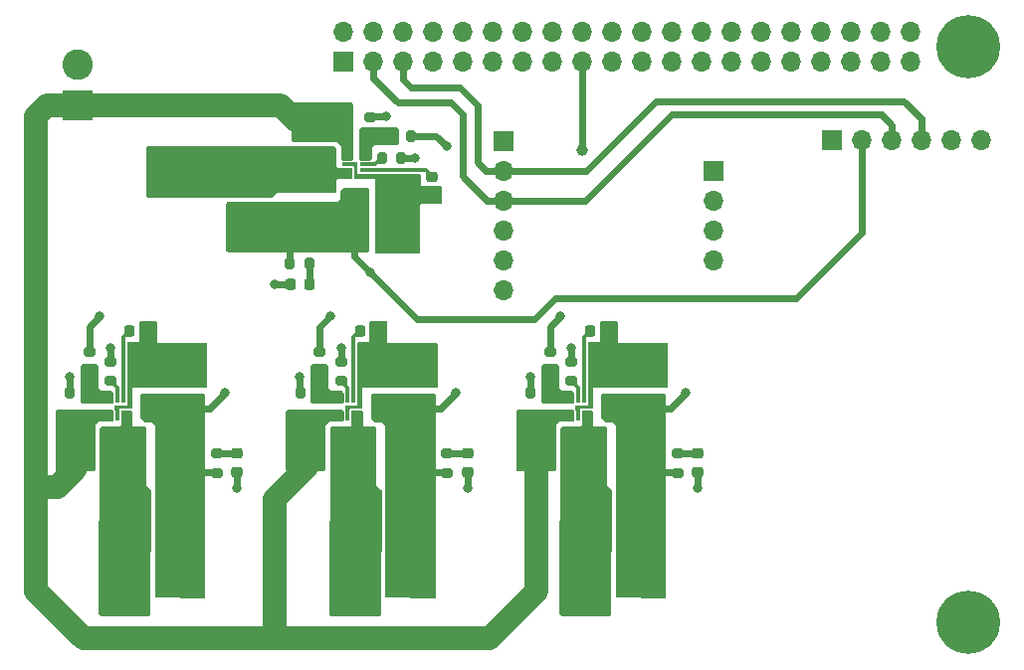
<source format=gbr>
%TF.GenerationSoftware,KiCad,Pcbnew,8.0.1*%
%TF.CreationDate,2024-04-24T14:46:19+03:00*%
%TF.ProjectId,QRPfRA_RP4_hat,51525066-5241-45f5-9250-345f6861742e,rev?*%
%TF.SameCoordinates,Original*%
%TF.FileFunction,Copper,L1,Top*%
%TF.FilePolarity,Positive*%
%FSLAX46Y46*%
G04 Gerber Fmt 4.6, Leading zero omitted, Abs format (unit mm)*
G04 Created by KiCad (PCBNEW 8.0.1) date 2024-04-24 14:46:19*
%MOMM*%
%LPD*%
G01*
G04 APERTURE LIST*
G04 Aperture macros list*
%AMRoundRect*
0 Rectangle with rounded corners*
0 $1 Rounding radius*
0 $2 $3 $4 $5 $6 $7 $8 $9 X,Y pos of 4 corners*
0 Add a 4 corners polygon primitive as box body*
4,1,4,$2,$3,$4,$5,$6,$7,$8,$9,$2,$3,0*
0 Add four circle primitives for the rounded corners*
1,1,$1+$1,$2,$3*
1,1,$1+$1,$4,$5*
1,1,$1+$1,$6,$7*
1,1,$1+$1,$8,$9*
0 Add four rect primitives between the rounded corners*
20,1,$1+$1,$2,$3,$4,$5,0*
20,1,$1+$1,$4,$5,$6,$7,0*
20,1,$1+$1,$6,$7,$8,$9,0*
20,1,$1+$1,$8,$9,$2,$3,0*%
G04 Aperture macros list end*
%TA.AperFunction,ComponentPad*%
%ADD10R,2.600000X2.600000*%
%TD*%
%TA.AperFunction,ComponentPad*%
%ADD11C,2.600000*%
%TD*%
%TA.AperFunction,ComponentPad*%
%ADD12C,5.400000*%
%TD*%
%TA.AperFunction,SMDPad,CuDef*%
%ADD13RoundRect,0.085000X0.085000X-0.265000X0.085000X0.265000X-0.085000X0.265000X-0.085000X-0.265000X0*%
%TD*%
%TA.AperFunction,SMDPad,CuDef*%
%ADD14RoundRect,0.200000X0.275000X-0.200000X0.275000X0.200000X-0.275000X0.200000X-0.275000X-0.200000X0*%
%TD*%
%TA.AperFunction,SMDPad,CuDef*%
%ADD15RoundRect,0.200000X0.200000X0.275000X-0.200000X0.275000X-0.200000X-0.275000X0.200000X-0.275000X0*%
%TD*%
%TA.AperFunction,SMDPad,CuDef*%
%ADD16RoundRect,0.200000X-0.275000X0.200000X-0.275000X-0.200000X0.275000X-0.200000X0.275000X0.200000X0*%
%TD*%
%TA.AperFunction,SMDPad,CuDef*%
%ADD17RoundRect,0.475000X-2.075000X0.475000X-2.075000X-0.475000X2.075000X-0.475000X2.075000X0.475000X0*%
%TD*%
%TA.AperFunction,SMDPad,CuDef*%
%ADD18RoundRect,0.218750X0.256250X-0.218750X0.256250X0.218750X-0.256250X0.218750X-0.256250X-0.218750X0*%
%TD*%
%TA.AperFunction,SMDPad,CuDef*%
%ADD19RoundRect,0.250000X0.325000X0.650000X-0.325000X0.650000X-0.325000X-0.650000X0.325000X-0.650000X0*%
%TD*%
%TA.AperFunction,SMDPad,CuDef*%
%ADD20RoundRect,0.225000X0.225000X0.250000X-0.225000X0.250000X-0.225000X-0.250000X0.225000X-0.250000X0*%
%TD*%
%TA.AperFunction,SMDPad,CuDef*%
%ADD21RoundRect,0.250000X-0.325000X-0.650000X0.325000X-0.650000X0.325000X0.650000X-0.325000X0.650000X0*%
%TD*%
%TA.AperFunction,ComponentPad*%
%ADD22R,1.700000X1.700000*%
%TD*%
%TA.AperFunction,ComponentPad*%
%ADD23O,1.700000X1.700000*%
%TD*%
%TA.AperFunction,SMDPad,CuDef*%
%ADD24RoundRect,0.250000X-0.650000X0.325000X-0.650000X-0.325000X0.650000X-0.325000X0.650000X0.325000X0*%
%TD*%
%TA.AperFunction,SMDPad,CuDef*%
%ADD25RoundRect,0.225000X0.250000X-0.225000X0.250000X0.225000X-0.250000X0.225000X-0.250000X-0.225000X0*%
%TD*%
%TA.AperFunction,SMDPad,CuDef*%
%ADD26RoundRect,0.250000X0.650000X-0.325000X0.650000X0.325000X-0.650000X0.325000X-0.650000X-0.325000X0*%
%TD*%
%TA.AperFunction,SMDPad,CuDef*%
%ADD27RoundRect,0.218750X-0.218750X-0.256250X0.218750X-0.256250X0.218750X0.256250X-0.218750X0.256250X0*%
%TD*%
%TA.AperFunction,SMDPad,CuDef*%
%ADD28RoundRect,0.475000X0.475000X2.075000X-0.475000X2.075000X-0.475000X-2.075000X0.475000X-2.075000X0*%
%TD*%
%TA.AperFunction,SMDPad,CuDef*%
%ADD29RoundRect,0.200000X-0.200000X-0.275000X0.200000X-0.275000X0.200000X0.275000X-0.200000X0.275000X0*%
%TD*%
%TA.AperFunction,SMDPad,CuDef*%
%ADD30RoundRect,0.085000X-0.265000X-0.085000X0.265000X-0.085000X0.265000X0.085000X-0.265000X0.085000X0*%
%TD*%
%TA.AperFunction,ViaPad*%
%ADD31C,0.800000*%
%TD*%
%TA.AperFunction,ViaPad*%
%ADD32C,1.000000*%
%TD*%
%TA.AperFunction,Conductor*%
%ADD33C,0.600000*%
%TD*%
%TA.AperFunction,Conductor*%
%ADD34C,2.000000*%
%TD*%
%TA.AperFunction,Conductor*%
%ADD35C,0.300000*%
%TD*%
G04 APERTURE END LIST*
D10*
%TO.P,J5,1,Pin_1*%
%TO.N,+12V*%
X106362529Y-74013043D03*
D11*
%TO.P,J5,2,Pin_2*%
%TO.N,GND*%
X106362529Y-70513043D03*
%TD*%
D12*
%TO.P,H4,1,1*%
%TO.N,unconnected-(H4-Pad1)*%
X182147529Y-69038043D03*
%TD*%
%TO.P,H2,1,1*%
%TO.N,unconnected-(H2-Pad1)*%
X182147529Y-118038043D03*
%TD*%
D11*
%TO.P,J9,2,Pin_2*%
%TO.N,GND*%
X130612529Y-112888043D03*
D10*
%TO.P,J9,1,Pin_1*%
%TO.N,+5V_2*%
X134112529Y-112888043D03*
%TD*%
%TO.P,J10,1,Pin_1*%
%TO.N,+5V_3*%
X153712529Y-112888043D03*
D11*
%TO.P,J10,2,Pin_2*%
%TO.N,GND*%
X150212529Y-112888043D03*
%TD*%
D10*
%TO.P,J11,1,Pin_1*%
%TO.N,+5V_1*%
X114512529Y-112888043D03*
D11*
%TO.P,J11,2,Pin_2*%
%TO.N,GND*%
X111012529Y-112888043D03*
%TD*%
D13*
%TO.P,U7,1,VIN*%
%TO.N,+12V*%
X109262529Y-100463043D03*
%TO.P,U7,2,SW*%
%TO.N,Net-(U7-SW)*%
X109762529Y-100463043D03*
%TO.P,U7,3,GND*%
%TO.N,GND*%
X110262529Y-100463043D03*
%TO.P,U7,4,BST*%
%TO.N,Net-(U7-BST)*%
X110262529Y-98963043D03*
%TO.P,U7,5,EN*%
%TO.N,Net-(U7-EN)*%
X109762529Y-98963043D03*
%TO.P,U7,6,FB*%
%TO.N,Net-(U7-FB)*%
X109262529Y-98963043D03*
%TD*%
%TO.P,U6,1,VIN*%
%TO.N,+12V*%
X148462529Y-100463043D03*
%TO.P,U6,2,SW*%
%TO.N,Net-(U6-SW)*%
X148962529Y-100463043D03*
%TO.P,U6,3,GND*%
%TO.N,GND*%
X149462529Y-100463043D03*
%TO.P,U6,4,BST*%
%TO.N,Net-(U6-BST)*%
X149462529Y-98963043D03*
%TO.P,U6,5,EN*%
%TO.N,Net-(U6-EN)*%
X148962529Y-98963043D03*
%TO.P,U6,6,FB*%
%TO.N,Net-(U6-FB)*%
X148462529Y-98963043D03*
%TD*%
%TO.P,U5,6,FB*%
%TO.N,Net-(U5-FB)*%
X128862529Y-98963043D03*
%TO.P,U5,5,EN*%
%TO.N,Net-(U5-EN)*%
X129362529Y-98963043D03*
%TO.P,U5,4,BST*%
%TO.N,Net-(U5-BST)*%
X129862529Y-98963043D03*
%TO.P,U5,3,GND*%
%TO.N,GND*%
X129862529Y-100463043D03*
%TO.P,U5,2,SW*%
%TO.N,Net-(U5-SW)*%
X129362529Y-100463043D03*
%TO.P,U5,1,VIN*%
%TO.N,+12V*%
X128862529Y-100463043D03*
%TD*%
D14*
%TO.P,R28,1*%
%TO.N,+5V_1*%
X118212528Y-105308043D03*
%TO.P,R28,2*%
%TO.N,Net-(D7-A)*%
X118212528Y-103658043D03*
%TD*%
D15*
%TO.P,R27,1*%
%TO.N,Net-(U7-FB)*%
X107387529Y-98458043D03*
%TO.P,R27,2*%
%TO.N,GND*%
X105737529Y-98458043D03*
%TD*%
D16*
%TO.P,R26,1*%
%TO.N,+5V_1*%
X107387529Y-94983043D03*
%TO.P,R26,2*%
%TO.N,Net-(U7-FB)*%
X107387529Y-96633043D03*
%TD*%
%TO.P,R25,1*%
%TO.N,+12V*%
X109212529Y-95833043D03*
%TO.P,R25,2*%
%TO.N,Net-(U7-EN)*%
X109212529Y-97483043D03*
%TD*%
D14*
%TO.P,R24,1*%
%TO.N,+5V_3*%
X157412528Y-105308043D03*
%TO.P,R24,2*%
%TO.N,Net-(D6-A)*%
X157412528Y-103658043D03*
%TD*%
D15*
%TO.P,R23,1*%
%TO.N,Net-(U6-FB)*%
X146587529Y-98458043D03*
%TO.P,R23,2*%
%TO.N,GND*%
X144937529Y-98458043D03*
%TD*%
D16*
%TO.P,R22,1*%
%TO.N,+5V_3*%
X146587529Y-94983043D03*
%TO.P,R22,2*%
%TO.N,Net-(U6-FB)*%
X146587529Y-96633043D03*
%TD*%
%TO.P,R21,1*%
%TO.N,+12V*%
X148412529Y-95833043D03*
%TO.P,R21,2*%
%TO.N,Net-(U6-EN)*%
X148412529Y-97483043D03*
%TD*%
D14*
%TO.P,R20,2*%
%TO.N,Net-(D5-A)*%
X137812528Y-103658043D03*
%TO.P,R20,1*%
%TO.N,+5V_2*%
X137812528Y-105308043D03*
%TD*%
D15*
%TO.P,R19,2*%
%TO.N,GND*%
X125337529Y-98458043D03*
%TO.P,R19,1*%
%TO.N,Net-(U5-FB)*%
X126987529Y-98458043D03*
%TD*%
D16*
%TO.P,R18,2*%
%TO.N,Net-(U5-FB)*%
X126987529Y-96633043D03*
%TO.P,R18,1*%
%TO.N,+5V_2*%
X126987529Y-94983043D03*
%TD*%
%TO.P,R17,2*%
%TO.N,Net-(U5-EN)*%
X128812529Y-97483043D03*
%TO.P,R17,1*%
%TO.N,+12V*%
X128812529Y-95833043D03*
%TD*%
D17*
%TO.P,L7,1,1*%
%TO.N,Net-(U7-SW)*%
X114462529Y-95608043D03*
%TO.P,L7,2,2*%
%TO.N,+5V_1*%
X114462529Y-99808043D03*
%TD*%
%TO.P,L6,1,1*%
%TO.N,Net-(U6-SW)*%
X153662529Y-95608043D03*
%TO.P,L6,2,2*%
%TO.N,+5V_3*%
X153662529Y-99808043D03*
%TD*%
%TO.P,L5,2,2*%
%TO.N,+5V_2*%
X134062529Y-99808043D03*
%TO.P,L5,1,1*%
%TO.N,Net-(U5-SW)*%
X134062529Y-95608043D03*
%TD*%
D18*
%TO.P,D7,1,K*%
%TO.N,GND*%
X119962528Y-105238043D03*
%TO.P,D7,2,A*%
%TO.N,Net-(D7-A)*%
X119962528Y-103663043D03*
%TD*%
%TO.P,D6,1,K*%
%TO.N,GND*%
X159162528Y-105238043D03*
%TO.P,D6,2,A*%
%TO.N,Net-(D6-A)*%
X159162528Y-103663043D03*
%TD*%
%TO.P,D5,2,A*%
%TO.N,Net-(D5-A)*%
X139562528Y-103663043D03*
%TO.P,D5,1,K*%
%TO.N,GND*%
X139562528Y-105238043D03*
%TD*%
D19*
%TO.P,C28,1*%
%TO.N,+5V_1*%
X114262529Y-102613043D03*
%TO.P,C28,2*%
%TO.N,GND*%
X111312529Y-102613043D03*
%TD*%
%TO.P,C27,1*%
%TO.N,+5V_1*%
X114287529Y-105308043D03*
%TO.P,C27,2*%
%TO.N,GND*%
X111337529Y-105308043D03*
%TD*%
D20*
%TO.P,C26,1*%
%TO.N,Net-(U7-SW)*%
X112362529Y-93208043D03*
%TO.P,C26,2*%
%TO.N,Net-(U7-BST)*%
X110812529Y-93208043D03*
%TD*%
D21*
%TO.P,C25,1*%
%TO.N,+12V*%
X106287529Y-102608043D03*
%TO.P,C25,2*%
%TO.N,GND*%
X109237529Y-102608043D03*
%TD*%
D19*
%TO.P,C24,1*%
%TO.N,+5V_3*%
X153462529Y-102613043D03*
%TO.P,C24,2*%
%TO.N,GND*%
X150512529Y-102613043D03*
%TD*%
%TO.P,C23,1*%
%TO.N,+5V_3*%
X153487529Y-105308043D03*
%TO.P,C23,2*%
%TO.N,GND*%
X150537529Y-105308043D03*
%TD*%
D20*
%TO.P,C22,1*%
%TO.N,Net-(U6-SW)*%
X151562529Y-93208043D03*
%TO.P,C22,2*%
%TO.N,Net-(U6-BST)*%
X150012529Y-93208043D03*
%TD*%
D21*
%TO.P,C21,1*%
%TO.N,+12V*%
X145487529Y-102608043D03*
%TO.P,C21,2*%
%TO.N,GND*%
X148437529Y-102608043D03*
%TD*%
D19*
%TO.P,C20,2*%
%TO.N,GND*%
X130912529Y-102613043D03*
%TO.P,C20,1*%
%TO.N,+5V_2*%
X133862529Y-102613043D03*
%TD*%
%TO.P,C19,2*%
%TO.N,GND*%
X130937529Y-105308043D03*
%TO.P,C19,1*%
%TO.N,+5V_2*%
X133887529Y-105308043D03*
%TD*%
D20*
%TO.P,C18,2*%
%TO.N,Net-(U5-BST)*%
X130412529Y-93208043D03*
%TO.P,C18,1*%
%TO.N,Net-(U5-SW)*%
X131962529Y-93208043D03*
%TD*%
D21*
%TO.P,C17,2*%
%TO.N,GND*%
X128837529Y-102608043D03*
%TO.P,C17,1*%
%TO.N,+12V*%
X125887529Y-102608043D03*
%TD*%
D22*
%TO.P,J1,1,3V3*%
%TO.N,+3.3V_S*%
X129022529Y-70313043D03*
D23*
%TO.P,J1,2,5V*%
%TO.N,+5V_4*%
X129022529Y-67773043D03*
%TO.P,J1,3,SDA/GPIO2*%
%TO.N,/SDA*%
X131562529Y-70313043D03*
%TO.P,J1,4,5V*%
%TO.N,+5V_4*%
X131562529Y-67773043D03*
%TO.P,J1,5,SCL/GPIO3*%
%TO.N,/SCL*%
X134102529Y-70313043D03*
%TO.P,J1,6,GND*%
%TO.N,GND*%
X134102529Y-67773043D03*
%TO.P,J1,7,GCLK0/GPIO4*%
%TO.N,unconnected-(J1-GCLK0{slash}GPIO4-Pad7)*%
X136642529Y-70313043D03*
%TO.P,J1,8,GPIO14/TXD*%
%TO.N,unconnected-(J1-GPIO14{slash}TXD-Pad8)*%
X136642529Y-67773043D03*
%TO.P,J1,9,GND*%
%TO.N,GND*%
X139182529Y-70313043D03*
%TO.P,J1,10,GPIO15/RXD*%
%TO.N,unconnected-(J1-GPIO15{slash}RXD-Pad10)*%
X139182529Y-67773043D03*
%TO.P,J1,11,GPIO17*%
%TO.N,unconnected-(J1-GPIO17-Pad11)*%
X141722529Y-70313043D03*
%TO.P,J1,12,GPIO18/PWM0*%
%TO.N,unconnected-(J1-GPIO18{slash}PWM0-Pad12)*%
X141722529Y-67773043D03*
%TO.P,J1,13,GPIO27*%
%TO.N,unconnected-(J1-GPIO27-Pad13)*%
X144262529Y-70313043D03*
%TO.P,J1,14,GND*%
%TO.N,GND*%
X144262529Y-67773043D03*
%TO.P,J1,15,GPIO22*%
%TO.N,unconnected-(J1-GPIO22-Pad15)*%
X146802529Y-70313043D03*
%TO.P,J1,16,GPIO23*%
%TO.N,unconnected-(J1-GPIO23-Pad16)*%
X146802529Y-67773043D03*
%TO.P,J1,17,3V3*%
%TO.N,+3.3V_S*%
X149342529Y-70313043D03*
%TO.P,J1,18,GPIO24*%
%TO.N,unconnected-(J1-GPIO24-Pad18)*%
X149342529Y-67773043D03*
%TO.P,J1,19,MOSI0/GPIO10*%
%TO.N,unconnected-(J1-MOSI0{slash}GPIO10-Pad19)*%
X151882529Y-70313043D03*
%TO.P,J1,20,GND*%
%TO.N,GND*%
X151882529Y-67773043D03*
%TO.P,J1,21,MISO0/GPIO9*%
%TO.N,unconnected-(J1-MISO0{slash}GPIO9-Pad21)*%
X154422529Y-70313043D03*
%TO.P,J1,22,GPIO25*%
%TO.N,unconnected-(J1-GPIO25-Pad22)*%
X154422529Y-67773043D03*
%TO.P,J1,23,SCLK0/GPIO11*%
%TO.N,unconnected-(J1-SCLK0{slash}GPIO11-Pad23)*%
X156962529Y-70313043D03*
%TO.P,J1,24,~{CE0}/GPIO8*%
%TO.N,unconnected-(J1-~{CE0}{slash}GPIO8-Pad24)*%
X156962529Y-67773043D03*
%TO.P,J1,25,GND*%
%TO.N,GND*%
X159502529Y-70313043D03*
%TO.P,J1,26,~{CE1}/GPIO7*%
%TO.N,unconnected-(J1-~{CE1}{slash}GPIO7-Pad26)*%
X159502529Y-67773043D03*
%TO.P,J1,27,ID_SD/GPIO0*%
%TO.N,unconnected-(J1-ID_SD{slash}GPIO0-Pad27)*%
X162042529Y-70313043D03*
%TO.P,J1,28,ID_SC/GPIO1*%
%TO.N,unconnected-(J1-ID_SC{slash}GPIO1-Pad28)*%
X162042529Y-67773043D03*
%TO.P,J1,29,GCLK1/GPIO5*%
%TO.N,unconnected-(J1-GCLK1{slash}GPIO5-Pad29)*%
X164582529Y-70313043D03*
%TO.P,J1,30,GND*%
%TO.N,GND*%
X164582529Y-67773043D03*
%TO.P,J1,31,GCLK2/GPIO6*%
%TO.N,unconnected-(J1-GCLK2{slash}GPIO6-Pad31)*%
X167122529Y-70313043D03*
%TO.P,J1,32,PWM0/GPIO12*%
%TO.N,unconnected-(J1-PWM0{slash}GPIO12-Pad32)*%
X167122529Y-67773043D03*
%TO.P,J1,33,PWM1/GPIO13*%
%TO.N,unconnected-(J1-PWM1{slash}GPIO13-Pad33)*%
X169662529Y-70313043D03*
%TO.P,J1,34,GND*%
%TO.N,GND*%
X169662529Y-67773043D03*
%TO.P,J1,35,GPIO19/MISO1*%
%TO.N,unconnected-(J1-GPIO19{slash}MISO1-Pad35)*%
X172202529Y-70313043D03*
%TO.P,J1,36,GPIO16*%
%TO.N,unconnected-(J1-GPIO16-Pad36)*%
X172202529Y-67773043D03*
%TO.P,J1,37,GPIO26*%
%TO.N,unconnected-(J1-GPIO26-Pad37)*%
X174742529Y-70313043D03*
%TO.P,J1,38,GPIO20/MOSI1*%
%TO.N,unconnected-(J1-GPIO20{slash}MOSI1-Pad38)*%
X174742529Y-67773043D03*
%TO.P,J1,39,GND*%
%TO.N,GND*%
X177282529Y-70313043D03*
%TO.P,J1,40,GPIO21/SCLK1*%
%TO.N,unconnected-(J1-GPIO21{slash}SCLK1-Pad40)*%
X177282529Y-67773043D03*
%TD*%
D24*
%TO.P,C1,1*%
%TO.N,+12V*%
X127144486Y-75540572D03*
%TO.P,C1,2*%
%TO.N,GND*%
X127144486Y-78490572D03*
%TD*%
D25*
%TO.P,C2,2*%
%TO.N,Net-(U1-BST)*%
X136544486Y-80065572D03*
%TO.P,C2,1*%
%TO.N,Net-(U1-SW)*%
X136544486Y-81615572D03*
%TD*%
D26*
%TO.P,C3,2*%
%TO.N,GND*%
X124444486Y-80590572D03*
%TO.P,C3,1*%
%TO.N,+5V_4*%
X124444486Y-83540572D03*
%TD*%
%TO.P,C4,2*%
%TO.N,GND*%
X127139486Y-80565572D03*
%TO.P,C4,1*%
%TO.N,+5V_4*%
X127139486Y-83515572D03*
%TD*%
D27*
%TO.P,D1,1,K*%
%TO.N,GND*%
X124514486Y-89215572D03*
%TO.P,D1,2,A*%
%TO.N,Net-(D1-A)*%
X126089486Y-89215572D03*
%TD*%
D28*
%TO.P,L1,2,2*%
%TO.N,+5V_4*%
X129944486Y-83715572D03*
%TO.P,L1,1,1*%
%TO.N,Net-(U1-SW)*%
X134144486Y-83715572D03*
%TD*%
D15*
%TO.P,R1,1*%
%TO.N,+12V*%
X133919486Y-78465572D03*
%TO.P,R1,2*%
%TO.N,Net-(U1-EN)*%
X132269486Y-78465572D03*
%TD*%
%TO.P,R2,2*%
%TO.N,Net-(U1-FB)*%
X133119486Y-76640572D03*
%TO.P,R2,1*%
%TO.N,+5V_4*%
X134769486Y-76640572D03*
%TD*%
D14*
%TO.P,R3,1*%
%TO.N,Net-(U1-FB)*%
X131294486Y-76640572D03*
%TO.P,R3,2*%
%TO.N,GND*%
X131294486Y-74990572D03*
%TD*%
D29*
%TO.P,R13,1*%
%TO.N,+5V_4*%
X124444486Y-87465572D03*
%TO.P,R13,2*%
%TO.N,Net-(D1-A)*%
X126094486Y-87465572D03*
%TD*%
D30*
%TO.P,U1,6,FB*%
%TO.N,Net-(U1-FB)*%
X130789486Y-78515572D03*
%TO.P,U1,5,EN*%
%TO.N,Net-(U1-EN)*%
X130789486Y-79015572D03*
%TO.P,U1,4,BST*%
%TO.N,Net-(U1-BST)*%
X130789486Y-79515572D03*
%TO.P,U1,3,GND*%
%TO.N,GND*%
X129289486Y-79515572D03*
%TO.P,U1,2,SW*%
%TO.N,Net-(U1-SW)*%
X129289486Y-79015572D03*
%TO.P,U1,1,VIN*%
%TO.N,+12V*%
X129289486Y-78515572D03*
%TD*%
D22*
%TO.P,J3,1,Pin_1*%
%TO.N,unconnected-(J3-Pin_1-Pad1)*%
X142650000Y-77040000D03*
D23*
%TO.P,J3,2,Pin_2*%
%TO.N,/SCL*%
X142650000Y-79580000D03*
%TO.P,J3,3,Pin_3*%
%TO.N,/SDA*%
X142650000Y-82120000D03*
%TO.P,J3,4,Pin_4*%
%TO.N,GND*%
X142650000Y-84660000D03*
%TO.P,J3,5,Pin_5*%
%TO.N,unconnected-(J3-Pin_5-Pad5)*%
X142650000Y-87200000D03*
%TO.P,J3,6,Pin_6*%
%TO.N,+3.3V_S*%
X142650000Y-89740000D03*
%TD*%
%TO.P,J2,4,Pin_4*%
%TO.N,unconnected-(J2-Pin_4-Pad4)*%
X160452243Y-87213043D03*
%TO.P,J2,3,Pin_3*%
%TO.N,unconnected-(J2-Pin_3-Pad3)*%
X160452243Y-84673043D03*
%TO.P,J2,2,Pin_2*%
%TO.N,unconnected-(J2-Pin_2-Pad2)*%
X160452243Y-82133043D03*
D22*
%TO.P,J2,1,Pin_1*%
%TO.N,unconnected-(J2-Pin_1-Pad1)*%
X160452243Y-79593043D03*
%TD*%
%TO.P,J4,1,Pin_1*%
%TO.N,unconnected-(J4-Pin_1-Pad1)*%
X170580000Y-76940000D03*
D23*
%TO.P,J4,2,Pin_2*%
%TO.N,+5V_4*%
X173120000Y-76940000D03*
%TO.P,J4,3,Pin_3*%
%TO.N,/SDA*%
X175660000Y-76940000D03*
%TO.P,J4,4,Pin_4*%
%TO.N,/SCL*%
X178200000Y-76940000D03*
%TO.P,J4,5,Pin_5*%
%TO.N,unconnected-(J4-Pin_5-Pad5)*%
X180740000Y-76940000D03*
%TO.P,J4,6,Pin_6*%
%TO.N,GND*%
X183280000Y-76940000D03*
%TD*%
D31*
%TO.N,GND*%
X148190000Y-116190000D03*
X148190000Y-114890000D03*
X150790000Y-107090000D03*
X149490000Y-107090000D03*
X148190000Y-107090000D03*
X150790000Y-108390000D03*
X149490000Y-108390000D03*
X148190000Y-108390000D03*
X150790000Y-109690000D03*
X149490000Y-109690000D03*
X148190000Y-109690000D03*
X148190000Y-110990000D03*
X148190000Y-112290000D03*
X148190000Y-113590000D03*
X150790000Y-116190000D03*
X149490000Y-116190000D03*
D32*
%TO.N,+3.3V_S*%
X149340000Y-77790000D03*
D31*
%TO.N,+5V_4*%
X121990000Y-84440000D03*
X120490000Y-84440000D03*
X121990000Y-82940000D03*
X120490000Y-82940000D03*
%TO.N,GND*%
X109085000Y-114940000D03*
X111685000Y-116240000D03*
X110385000Y-116240000D03*
X109085000Y-116240000D03*
X111685000Y-107140000D03*
X110385000Y-107140000D03*
X109085000Y-107140000D03*
X111685000Y-108440000D03*
X110385000Y-108440000D03*
X109085000Y-108440000D03*
X111685000Y-109740000D03*
X110385000Y-109740000D03*
X109085000Y-109740000D03*
X109085000Y-111040000D03*
X109085000Y-112340000D03*
X109085000Y-113640000D03*
X125194279Y-78444793D03*
X123894279Y-78444793D03*
X131260000Y-107158250D03*
X129960000Y-107158250D03*
X128660000Y-107158250D03*
X131260000Y-108458250D03*
X129960000Y-108458250D03*
X128660000Y-108458250D03*
X131260000Y-109758250D03*
X129960000Y-109758250D03*
X128660000Y-109758250D03*
X128660000Y-111058250D03*
X118694279Y-81044793D03*
X118694279Y-79744793D03*
X118694279Y-78444793D03*
X128660000Y-112358250D03*
X117394279Y-81044793D03*
X117394279Y-79744793D03*
X117394279Y-78444793D03*
X128660000Y-113658250D03*
X116094279Y-81044793D03*
X116094279Y-79744793D03*
X116094279Y-78444793D03*
X128660000Y-114958250D03*
X114794279Y-81044793D03*
X114794279Y-79744793D03*
X114794279Y-78444793D03*
X131260000Y-116258250D03*
X129960000Y-116258250D03*
X128660000Y-116258250D03*
X113494279Y-81044793D03*
X113494279Y-79744793D03*
X113494279Y-78444793D03*
%TO.N,+5V_1*%
X108255286Y-91960000D03*
%TO.N,+5V_2*%
X127857757Y-91966957D03*
%TO.N,+5V_3*%
X147460286Y-91985000D03*
X158162529Y-98488043D03*
%TO.N,GND*%
X144910000Y-97140000D03*
X159160000Y-106590000D03*
%TO.N,+12V*%
X145510000Y-100940000D03*
X148410000Y-94690000D03*
%TO.N,+5V_2*%
X138562529Y-98488043D03*
%TO.N,GND*%
X125310000Y-97140000D03*
X139560000Y-106590000D03*
%TO.N,+12V*%
X125910000Y-100940000D03*
X128810000Y-94690000D03*
%TO.N,+5V_1*%
X118962529Y-98488043D03*
%TO.N,GND*%
X105710000Y-97140000D03*
X119960000Y-106590000D03*
%TO.N,+12V*%
X106310000Y-100940000D03*
X109210000Y-94690000D03*
X135062529Y-78463043D03*
X128812529Y-75563043D03*
%TO.N,GND*%
X123162529Y-89213043D03*
X132612529Y-74963043D03*
%TO.N,+5V_4*%
X131264486Y-88215572D03*
X137762529Y-77513043D03*
%TD*%
D33*
%TO.N,+5V_4*%
X173120000Y-76940000D02*
X173120000Y-84810000D01*
X173120000Y-84810000D02*
X167490000Y-90440000D01*
X167490000Y-90440000D02*
X147040000Y-90440000D01*
X147040000Y-90440000D02*
X145240000Y-92240000D01*
X145240000Y-92240000D02*
X135289486Y-92240000D01*
X135289486Y-92240000D02*
X129962529Y-86913043D01*
%TO.N,+3.3V_S*%
X149290000Y-77790000D02*
X149342529Y-77737471D01*
X149340000Y-77790000D02*
X149290000Y-77790000D01*
X149340000Y-77740000D02*
X149340000Y-77790000D01*
X149342529Y-70313043D02*
X149342529Y-77737471D01*
X149340000Y-77740000D02*
X149340000Y-77740000D01*
%TO.N,/SCL*%
X142650000Y-79580000D02*
X149650000Y-79580000D01*
X178200000Y-75150000D02*
X178200000Y-76940000D01*
X149650000Y-79580000D02*
X155590000Y-73640000D01*
X155590000Y-73640000D02*
X176690000Y-73640000D01*
X176690000Y-73640000D02*
X178200000Y-75150000D01*
%TO.N,/SDA*%
X142650000Y-82120000D02*
X149610000Y-82120000D01*
X149610000Y-82120000D02*
X156940000Y-74790000D01*
X156940000Y-74790000D02*
X174790000Y-74790000D01*
X175660000Y-75660000D02*
X175660000Y-76940000D01*
X174790000Y-74790000D02*
X175660000Y-75660000D01*
%TO.N,/SCL*%
X134102529Y-71802529D02*
X134790000Y-72490000D01*
X134790000Y-72490000D02*
X138890000Y-72490000D01*
X138890000Y-72490000D02*
X140390000Y-73990000D01*
X134102529Y-70313043D02*
X134102529Y-71802529D01*
X141130000Y-79580000D02*
X142650000Y-79580000D01*
X140390000Y-73990000D02*
X140390000Y-78840000D01*
X140390000Y-78840000D02*
X141130000Y-79580000D01*
%TO.N,/SDA*%
X133615000Y-73740000D02*
X138140000Y-73740000D01*
X141220000Y-82120000D02*
X142650000Y-82120000D01*
X131562529Y-71687529D02*
X133615000Y-73740000D01*
X139140000Y-74740000D02*
X139140000Y-80040000D01*
X131562529Y-70313043D02*
X131562529Y-71687529D01*
X138140000Y-73740000D02*
X139140000Y-74740000D01*
X139140000Y-80040000D02*
X141220000Y-82120000D01*
D34*
%TO.N,+12V*%
X102862529Y-106513043D02*
X102862529Y-74913043D01*
X102862529Y-74913043D02*
X103762529Y-74013043D01*
X103762529Y-74013043D02*
X106362529Y-74013043D01*
X102862529Y-106513043D02*
X104662529Y-106513043D01*
X104662529Y-106513043D02*
X106262529Y-104913043D01*
X102862529Y-106513043D02*
X102862529Y-115413043D01*
X123162529Y-107513043D02*
X125862529Y-104813043D01*
X123162529Y-119413043D02*
X123162529Y-107513043D01*
X106862529Y-119413043D02*
X123162529Y-119413043D01*
X123162529Y-119413043D02*
X141462529Y-119413043D01*
X102862529Y-115413043D02*
X106862529Y-119413043D01*
X141462529Y-119413043D02*
X145462529Y-115413043D01*
X145462529Y-115413043D02*
X145462529Y-104913043D01*
X123662529Y-74013043D02*
X124962529Y-75313043D01*
X106362529Y-74013043D02*
X123662529Y-74013043D01*
D35*
%TO.N,Net-(U7-EN)*%
X109760000Y-98015000D02*
X109210000Y-97465000D01*
X109760000Y-98940000D02*
X109760000Y-98015000D01*
D33*
%TO.N,Net-(D7-A)*%
X118210000Y-103640000D02*
X119960000Y-103640000D01*
D35*
%TO.N,Net-(U7-BST)*%
X110260000Y-93740000D02*
X110810000Y-93190000D01*
X110260000Y-98940000D02*
X110260000Y-93740000D01*
D33*
%TO.N,+5V_1*%
X108260000Y-91990000D02*
X107385000Y-92865000D01*
X118210000Y-105290000D02*
X114285000Y-105290000D01*
X107385000Y-92865000D02*
X107385000Y-94965000D01*
%TO.N,GND*%
X105710000Y-97140000D02*
X105710000Y-97190000D01*
X119960000Y-105215000D02*
X119960000Y-106590000D01*
X105710000Y-98340000D02*
X105710000Y-97140000D01*
%TO.N,+12V*%
X109210000Y-95815000D02*
X109210000Y-94690000D01*
%TO.N,+5V_1*%
X117660000Y-99790000D02*
X114460000Y-99790000D01*
X118961957Y-98488043D02*
X117660000Y-99790000D01*
X118962529Y-98488043D02*
X118961957Y-98488043D01*
D35*
%TO.N,Net-(U6-EN)*%
X148960000Y-98015000D02*
X148410000Y-97465000D01*
X148960000Y-98940000D02*
X148960000Y-98015000D01*
D33*
%TO.N,Net-(D6-A)*%
X157410000Y-103640000D02*
X159160000Y-103640000D01*
D35*
%TO.N,Net-(U6-BST)*%
X149460000Y-93740000D02*
X150010000Y-93190000D01*
X149460000Y-98940000D02*
X149460000Y-93740000D01*
D33*
%TO.N,+5V_3*%
X147460000Y-91990000D02*
X146585000Y-92865000D01*
X157410000Y-105290000D02*
X153485000Y-105290000D01*
X146585000Y-92865000D02*
X146585000Y-94965000D01*
%TO.N,GND*%
X144910000Y-97140000D02*
X144910000Y-97190000D01*
X159160000Y-105215000D02*
X159160000Y-106590000D01*
X144910000Y-98340000D02*
X144910000Y-97140000D01*
%TO.N,+12V*%
X148410000Y-95815000D02*
X148410000Y-94690000D01*
%TO.N,+5V_3*%
X156860000Y-99790000D02*
X153660000Y-99790000D01*
X158161957Y-98488043D02*
X156860000Y-99790000D01*
X158162529Y-98488043D02*
X158161957Y-98488043D01*
D35*
%TO.N,Net-(U5-EN)*%
X129360000Y-98015000D02*
X128810000Y-97465000D01*
X129360000Y-98940000D02*
X129360000Y-98015000D01*
D33*
%TO.N,Net-(D5-A)*%
X137810000Y-103640000D02*
X139560000Y-103640000D01*
D35*
%TO.N,Net-(U5-BST)*%
X129860000Y-93740000D02*
X130410000Y-93190000D01*
X129860000Y-98940000D02*
X129860000Y-93740000D01*
D33*
%TO.N,+5V_2*%
X127860000Y-91990000D02*
X126985000Y-92865000D01*
X137810000Y-105290000D02*
X133885000Y-105290000D01*
X126985000Y-92865000D02*
X126985000Y-94965000D01*
%TO.N,GND*%
X125310000Y-97140000D02*
X125310000Y-97190000D01*
X139560000Y-105215000D02*
X139560000Y-106590000D01*
X125310000Y-98340000D02*
X125310000Y-97140000D01*
%TO.N,+12V*%
X128810000Y-95815000D02*
X128810000Y-94690000D01*
%TO.N,+5V_2*%
X137260000Y-99790000D02*
X134060000Y-99790000D01*
X138561957Y-98488043D02*
X137260000Y-99790000D01*
X138562529Y-98488043D02*
X138561957Y-98488043D01*
D35*
%TO.N,Net-(U7-EN)*%
X109760000Y-98015000D02*
X109210000Y-97465000D01*
X109760000Y-98940000D02*
X109760000Y-98015000D01*
D33*
%TO.N,Net-(D7-A)*%
X118210000Y-103640000D02*
X119960000Y-103640000D01*
D35*
%TO.N,Net-(U7-BST)*%
X110260000Y-93740000D02*
X110810000Y-93190000D01*
X110260000Y-98940000D02*
X110260000Y-93740000D01*
D33*
%TO.N,+5V_1*%
X108260000Y-91990000D02*
X107385000Y-92865000D01*
X118210000Y-105290000D02*
X114285000Y-105290000D01*
X107385000Y-92865000D02*
X107385000Y-94965000D01*
%TO.N,GND*%
X105710000Y-97140000D02*
X105710000Y-97190000D01*
X119960000Y-105215000D02*
X119960000Y-106590000D01*
X105710000Y-98340000D02*
X105710000Y-97140000D01*
%TO.N,+12V*%
X109210000Y-95815000D02*
X109210000Y-94690000D01*
%TO.N,+5V_1*%
X117660000Y-99790000D02*
X114460000Y-99790000D01*
X118961957Y-98488043D02*
X117660000Y-99790000D01*
X118962529Y-98488043D02*
X118961957Y-98488043D01*
%TO.N,+5V_4*%
X131264486Y-88215572D02*
X131264486Y-88215000D01*
X131264486Y-88215000D02*
X129962529Y-86913043D01*
X129962529Y-86913043D02*
X129962529Y-83713043D01*
%TO.N,+12V*%
X133937529Y-78463043D02*
X135062529Y-78463043D01*
%TO.N,GND*%
X131412529Y-74963043D02*
X132612529Y-74963043D01*
X124537529Y-89213043D02*
X123162529Y-89213043D01*
X132612529Y-74963043D02*
X132562529Y-74963043D01*
%TO.N,+5V_4*%
X136887529Y-76638043D02*
X134787529Y-76638043D01*
X124462529Y-87463043D02*
X124462529Y-83538043D01*
X137762529Y-77513043D02*
X136887529Y-76638043D01*
D35*
%TO.N,Net-(U1-BST)*%
X130812529Y-79513043D02*
X136012529Y-79513043D01*
X136012529Y-79513043D02*
X136562529Y-80063043D01*
D33*
%TO.N,Net-(D1-A)*%
X126112529Y-87463043D02*
X126112529Y-89213043D01*
D35*
%TO.N,Net-(U1-EN)*%
X130812529Y-79013043D02*
X131737529Y-79013043D01*
X131737529Y-79013043D02*
X132287529Y-78463043D01*
%TD*%
%TA.AperFunction,Conductor*%
%TO.N,Net-(U1-SW)*%
G36*
X130209161Y-78816411D02*
G01*
X130212529Y-78824543D01*
X130212529Y-79863043D01*
X131062529Y-79863043D01*
X131612529Y-79863043D01*
X135507765Y-79863043D01*
X135515897Y-79866411D01*
X135559161Y-79909675D01*
X135562529Y-79917807D01*
X135562529Y-80813043D01*
X135612529Y-80863043D01*
X137305421Y-80863043D01*
X137313553Y-80866411D01*
X137315707Y-80869400D01*
X137361315Y-80960615D01*
X137362529Y-80965758D01*
X137362529Y-82358279D01*
X137359161Y-82366411D01*
X137315897Y-82409675D01*
X137307765Y-82413043D01*
X135562529Y-82413043D01*
X135512529Y-82463043D01*
X135512529Y-86608279D01*
X135509161Y-86616411D01*
X135465897Y-86659675D01*
X135457765Y-86663043D01*
X131767293Y-86663043D01*
X131759161Y-86659675D01*
X131715897Y-86616411D01*
X131712529Y-86608279D01*
X131712529Y-80313044D01*
X131712529Y-80313043D01*
X131662529Y-80263043D01*
X131662528Y-80263043D01*
X129967293Y-80263043D01*
X129959161Y-80259675D01*
X129915897Y-80216411D01*
X129912529Y-80208279D01*
X129912529Y-79263043D01*
X129862529Y-79188043D01*
X128965244Y-79188043D01*
X128960101Y-79186829D01*
X128918886Y-79166221D01*
X128913119Y-79159572D01*
X128912529Y-79155935D01*
X128912529Y-78867806D01*
X128915897Y-78859675D01*
X128927865Y-78847706D01*
X128935996Y-78844338D01*
X128938227Y-78844557D01*
X128943181Y-78845543D01*
X128943183Y-78845543D01*
X129681876Y-78845543D01*
X129681877Y-78845543D01*
X129732582Y-78835457D01*
X129784582Y-78813917D01*
X129788983Y-78813043D01*
X130201029Y-78813043D01*
X130209161Y-78816411D01*
G37*
%TD.AperFunction*%
%TD*%
%TA.AperFunction,Conductor*%
%TO.N,GND*%
G36*
X128257786Y-77513028D02*
G01*
X128265882Y-77516396D01*
X128409161Y-77659675D01*
X128412529Y-77667807D01*
X128412529Y-79213043D01*
X128512529Y-79338043D01*
X129709814Y-79338043D01*
X129714957Y-79339257D01*
X129756172Y-79359864D01*
X129761939Y-79366513D01*
X129762529Y-79370150D01*
X129762529Y-80208279D01*
X129759161Y-80216411D01*
X129665897Y-80309675D01*
X129657765Y-80313043D01*
X128512529Y-80313043D01*
X128412529Y-80413043D01*
X128412529Y-81358279D01*
X128409161Y-81366411D01*
X128315897Y-81459675D01*
X128307765Y-81463043D01*
X123312529Y-81463043D01*
X123015962Y-81907892D01*
X123008648Y-81912790D01*
X123006339Y-81913013D01*
X112412374Y-81863065D01*
X112404258Y-81859658D01*
X112404160Y-81859558D01*
X112265761Y-81716386D01*
X112262529Y-81708393D01*
X112262529Y-77567634D01*
X112265689Y-77559715D01*
X112354115Y-77466635D01*
X112362156Y-77463062D01*
X112362448Y-77463058D01*
X128257786Y-77513028D01*
G37*
%TD.AperFunction*%
%TD*%
%TA.AperFunction,Conductor*%
%TO.N,Net-(U1-FB)*%
G36*
X133584203Y-75884717D02*
G01*
X133740855Y-76041369D01*
X133762529Y-76093695D01*
X133762529Y-77182391D01*
X133740855Y-77234717D01*
X133584203Y-77391369D01*
X133531877Y-77413043D01*
X131662529Y-77413043D01*
X131412529Y-77663043D01*
X131412529Y-78532391D01*
X131390855Y-78584717D01*
X131284203Y-78691369D01*
X131231877Y-78713043D01*
X130493181Y-78713043D01*
X130440855Y-78691369D01*
X130334203Y-78584717D01*
X130312529Y-78532391D01*
X130312529Y-76093695D01*
X130334203Y-76041369D01*
X130490855Y-75884717D01*
X130543181Y-75863043D01*
X133531877Y-75863043D01*
X133584203Y-75884717D01*
G37*
%TD.AperFunction*%
%TD*%
%TA.AperFunction,Conductor*%
%TO.N,+12V*%
G36*
X109381674Y-99961674D02*
G01*
X109438326Y-100018326D01*
X109460000Y-100070652D01*
X109460000Y-100809348D01*
X109438326Y-100861674D01*
X109381674Y-100918326D01*
X109329348Y-100940000D01*
X108210000Y-100940000D01*
X107910000Y-101240000D01*
X107910000Y-104959348D01*
X107888326Y-105011674D01*
X107731674Y-105168326D01*
X107679348Y-105190000D01*
X104640652Y-105190000D01*
X104588326Y-105168326D01*
X104531674Y-105111674D01*
X104510000Y-105059348D01*
X104510000Y-100070652D01*
X104531674Y-100018326D01*
X104588326Y-99961674D01*
X104640652Y-99940000D01*
X109329348Y-99940000D01*
X109381674Y-99961674D01*
G37*
%TD.AperFunction*%
%TD*%
%TA.AperFunction,Conductor*%
%TO.N,Net-(U7-SW)*%
G36*
X113113368Y-92393368D02*
G01*
X113156632Y-92436632D01*
X113160000Y-92444764D01*
X113160000Y-94190000D01*
X113210000Y-94240000D01*
X117355236Y-94240000D01*
X117363368Y-94243368D01*
X117406632Y-94286632D01*
X117410000Y-94294764D01*
X117410000Y-97985236D01*
X117406632Y-97993368D01*
X117363368Y-98036632D01*
X117355236Y-98040000D01*
X111060000Y-98040000D01*
X111010000Y-98090000D01*
X111010000Y-99785236D01*
X111006632Y-99793368D01*
X110963368Y-99836632D01*
X110955236Y-99840000D01*
X110010000Y-99840000D01*
X109980000Y-99859999D01*
X109935000Y-99889999D01*
X109935000Y-100787285D01*
X109933786Y-100792428D01*
X109913178Y-100833643D01*
X109906529Y-100839410D01*
X109902892Y-100840000D01*
X109614764Y-100840000D01*
X109606632Y-100836632D01*
X109594663Y-100824663D01*
X109591295Y-100816531D01*
X109591516Y-100814294D01*
X109592500Y-100809348D01*
X109592500Y-100070652D01*
X109582414Y-100019947D01*
X109560874Y-99967946D01*
X109560000Y-99963546D01*
X109560000Y-99551500D01*
X109563368Y-99543368D01*
X109571500Y-99540000D01*
X110609999Y-99540000D01*
X110610000Y-99540000D01*
X110610000Y-98690000D01*
X110610000Y-98140000D01*
X110610000Y-94244764D01*
X110613368Y-94236632D01*
X110656632Y-94193368D01*
X110664764Y-94190000D01*
X111559998Y-94190000D01*
X111560000Y-94190000D01*
X111610000Y-94140000D01*
X111610000Y-92447107D01*
X111613368Y-92438975D01*
X111616354Y-92436822D01*
X111707572Y-92391214D01*
X111712715Y-92390000D01*
X113105236Y-92390000D01*
X113113368Y-92393368D01*
G37*
%TD.AperFunction*%
%TD*%
%TA.AperFunction,Conductor*%
%TO.N,+5V_1*%
G36*
X117131674Y-98561674D02*
G01*
X117238326Y-98668326D01*
X117260000Y-98720652D01*
X117260000Y-115909348D01*
X117238326Y-115961674D01*
X117238325Y-115961674D01*
X117182424Y-116017574D01*
X117130098Y-116039248D01*
X117128295Y-116039226D01*
X113089591Y-115940721D01*
X113039069Y-115919069D01*
X112981674Y-115861674D01*
X112960000Y-115809348D01*
X112960000Y-101240000D01*
X112710000Y-100990000D01*
X112090652Y-100990000D01*
X112038326Y-100968326D01*
X111781674Y-100711674D01*
X111760000Y-100659348D01*
X111760000Y-98670652D01*
X111781674Y-98618326D01*
X111838326Y-98561674D01*
X111890652Y-98540000D01*
X117079348Y-98540000D01*
X117131674Y-98561674D01*
G37*
%TD.AperFunction*%
%TD*%
%TA.AperFunction,Conductor*%
%TO.N,GND*%
G36*
X110963368Y-99993368D02*
G01*
X111056632Y-100086632D01*
X111060000Y-100094764D01*
X111060000Y-101240000D01*
X111160000Y-101340000D01*
X112105236Y-101340000D01*
X112113368Y-101343368D01*
X112206632Y-101436632D01*
X112210000Y-101444764D01*
X112210000Y-106440000D01*
X112654849Y-106736566D01*
X112659747Y-106743880D01*
X112659970Y-106746189D01*
X112610022Y-117340154D01*
X112606615Y-117348270D01*
X112606515Y-117348368D01*
X112463343Y-117486768D01*
X112455350Y-117490000D01*
X108314592Y-117490000D01*
X108306671Y-117486838D01*
X108213593Y-117398413D01*
X108210019Y-117390372D01*
X108210015Y-117390079D01*
X108259985Y-101494741D01*
X108263352Y-101486647D01*
X108406632Y-101343368D01*
X108414764Y-101340000D01*
X109959998Y-101340000D01*
X109960000Y-101340000D01*
X110085000Y-101240000D01*
X110085000Y-100042715D01*
X110086214Y-100037572D01*
X110106822Y-99996357D01*
X110113471Y-99990590D01*
X110117108Y-99990000D01*
X110955236Y-99990000D01*
X110963368Y-99993368D01*
G37*
%TD.AperFunction*%
%TD*%
%TA.AperFunction,Conductor*%
%TO.N,Net-(U7-FB)*%
G36*
X107981674Y-96011674D02*
G01*
X108138326Y-96168326D01*
X108160000Y-96220652D01*
X108160000Y-98090000D01*
X108410000Y-98340000D01*
X109279348Y-98340000D01*
X109331674Y-98361674D01*
X109438326Y-98468326D01*
X109460000Y-98520652D01*
X109460000Y-99259348D01*
X109438326Y-99311674D01*
X109331674Y-99418326D01*
X109279348Y-99440000D01*
X106840652Y-99440000D01*
X106788326Y-99418326D01*
X106631674Y-99261674D01*
X106610000Y-99209348D01*
X106610000Y-96220652D01*
X106631674Y-96168326D01*
X106788326Y-96011674D01*
X106840652Y-95990000D01*
X107929348Y-95990000D01*
X107981674Y-96011674D01*
G37*
%TD.AperFunction*%
%TD*%
%TA.AperFunction,Conductor*%
%TO.N,+12V*%
G36*
X128981674Y-99961674D02*
G01*
X129038326Y-100018326D01*
X129060000Y-100070652D01*
X129060000Y-100809348D01*
X129038326Y-100861674D01*
X128981674Y-100918326D01*
X128929348Y-100940000D01*
X127810000Y-100940000D01*
X127510000Y-101240000D01*
X127510000Y-104959348D01*
X127488326Y-105011674D01*
X127331674Y-105168326D01*
X127279348Y-105190000D01*
X124240652Y-105190000D01*
X124188326Y-105168326D01*
X124131674Y-105111674D01*
X124110000Y-105059348D01*
X124110000Y-100070652D01*
X124131674Y-100018326D01*
X124188326Y-99961674D01*
X124240652Y-99940000D01*
X128929348Y-99940000D01*
X128981674Y-99961674D01*
G37*
%TD.AperFunction*%
%TD*%
%TA.AperFunction,Conductor*%
%TO.N,Net-(U5-SW)*%
G36*
X132713368Y-92393368D02*
G01*
X132756632Y-92436632D01*
X132760000Y-92444764D01*
X132760000Y-94190000D01*
X132810000Y-94240000D01*
X136955236Y-94240000D01*
X136963368Y-94243368D01*
X137006632Y-94286632D01*
X137010000Y-94294764D01*
X137010000Y-97985236D01*
X137006632Y-97993368D01*
X136963368Y-98036632D01*
X136955236Y-98040000D01*
X130660000Y-98040000D01*
X130610000Y-98090000D01*
X130610000Y-99785236D01*
X130606632Y-99793368D01*
X130563368Y-99836632D01*
X130555236Y-99840000D01*
X129610000Y-99840000D01*
X129580000Y-99859999D01*
X129535000Y-99889999D01*
X129535000Y-100787285D01*
X129533786Y-100792428D01*
X129513178Y-100833643D01*
X129506529Y-100839410D01*
X129502892Y-100840000D01*
X129214764Y-100840000D01*
X129206632Y-100836632D01*
X129194663Y-100824663D01*
X129191295Y-100816531D01*
X129191516Y-100814294D01*
X129192500Y-100809348D01*
X129192500Y-100070652D01*
X129182414Y-100019947D01*
X129160874Y-99967946D01*
X129160000Y-99963546D01*
X129160000Y-99551500D01*
X129163368Y-99543368D01*
X129171500Y-99540000D01*
X130209999Y-99540000D01*
X130210000Y-99540000D01*
X130210000Y-98690000D01*
X130210000Y-98140000D01*
X130210000Y-94244764D01*
X130213368Y-94236632D01*
X130256632Y-94193368D01*
X130264764Y-94190000D01*
X131159998Y-94190000D01*
X131160000Y-94190000D01*
X131210000Y-94140000D01*
X131210000Y-92447107D01*
X131213368Y-92438975D01*
X131216354Y-92436822D01*
X131307572Y-92391214D01*
X131312715Y-92390000D01*
X132705236Y-92390000D01*
X132713368Y-92393368D01*
G37*
%TD.AperFunction*%
%TD*%
%TA.AperFunction,Conductor*%
%TO.N,+5V_2*%
G36*
X136731674Y-98561674D02*
G01*
X136838326Y-98668326D01*
X136860000Y-98720652D01*
X136860000Y-115909348D01*
X136838326Y-115961674D01*
X136838325Y-115961674D01*
X136782424Y-116017574D01*
X136730098Y-116039248D01*
X136728295Y-116039226D01*
X132689591Y-115940721D01*
X132639069Y-115919069D01*
X132581674Y-115861674D01*
X132560000Y-115809348D01*
X132560000Y-101240000D01*
X132310000Y-100990000D01*
X131690652Y-100990000D01*
X131638326Y-100968326D01*
X131381674Y-100711674D01*
X131360000Y-100659348D01*
X131360000Y-98670652D01*
X131381674Y-98618326D01*
X131438326Y-98561674D01*
X131490652Y-98540000D01*
X136679348Y-98540000D01*
X136731674Y-98561674D01*
G37*
%TD.AperFunction*%
%TD*%
%TA.AperFunction,Conductor*%
%TO.N,GND*%
G36*
X130563368Y-99993368D02*
G01*
X130656632Y-100086632D01*
X130660000Y-100094764D01*
X130660000Y-101240000D01*
X130760000Y-101340000D01*
X131705236Y-101340000D01*
X131713368Y-101343368D01*
X131806632Y-101436632D01*
X131810000Y-101444764D01*
X131810000Y-106440000D01*
X132254849Y-106736566D01*
X132259747Y-106743880D01*
X132259970Y-106746189D01*
X132210022Y-117340154D01*
X132206615Y-117348270D01*
X132206515Y-117348368D01*
X132063343Y-117486768D01*
X132055350Y-117490000D01*
X127914592Y-117490000D01*
X127906671Y-117486838D01*
X127813593Y-117398413D01*
X127810019Y-117390372D01*
X127810015Y-117390079D01*
X127859985Y-101494741D01*
X127863352Y-101486647D01*
X128006632Y-101343368D01*
X128014764Y-101340000D01*
X129559998Y-101340000D01*
X129560000Y-101340000D01*
X129685000Y-101240000D01*
X129685000Y-100042715D01*
X129686214Y-100037572D01*
X129706822Y-99996357D01*
X129713471Y-99990590D01*
X129717108Y-99990000D01*
X130555236Y-99990000D01*
X130563368Y-99993368D01*
G37*
%TD.AperFunction*%
%TD*%
%TA.AperFunction,Conductor*%
%TO.N,Net-(U5-FB)*%
G36*
X127581674Y-96011674D02*
G01*
X127738326Y-96168326D01*
X127760000Y-96220652D01*
X127760000Y-98090000D01*
X128010000Y-98340000D01*
X128879348Y-98340000D01*
X128931674Y-98361674D01*
X129038326Y-98468326D01*
X129060000Y-98520652D01*
X129060000Y-99259348D01*
X129038326Y-99311674D01*
X128931674Y-99418326D01*
X128879348Y-99440000D01*
X126440652Y-99440000D01*
X126388326Y-99418326D01*
X126231674Y-99261674D01*
X126210000Y-99209348D01*
X126210000Y-96220652D01*
X126231674Y-96168326D01*
X126388326Y-96011674D01*
X126440652Y-95990000D01*
X127529348Y-95990000D01*
X127581674Y-96011674D01*
G37*
%TD.AperFunction*%
%TD*%
%TA.AperFunction,Conductor*%
%TO.N,+12V*%
G36*
X148581674Y-99961674D02*
G01*
X148638326Y-100018326D01*
X148660000Y-100070652D01*
X148660000Y-100809348D01*
X148638326Y-100861674D01*
X148581674Y-100918326D01*
X148529348Y-100940000D01*
X147410000Y-100940000D01*
X147110000Y-101240000D01*
X147110000Y-104959348D01*
X147088326Y-105011674D01*
X146931674Y-105168326D01*
X146879348Y-105190000D01*
X143840652Y-105190000D01*
X143788326Y-105168326D01*
X143731674Y-105111674D01*
X143710000Y-105059348D01*
X143710000Y-100070652D01*
X143731674Y-100018326D01*
X143788326Y-99961674D01*
X143840652Y-99940000D01*
X148529348Y-99940000D01*
X148581674Y-99961674D01*
G37*
%TD.AperFunction*%
%TD*%
%TA.AperFunction,Conductor*%
%TO.N,Net-(U6-SW)*%
G36*
X152313368Y-92393368D02*
G01*
X152356632Y-92436632D01*
X152360000Y-92444764D01*
X152360000Y-94190000D01*
X152410000Y-94240000D01*
X156555236Y-94240000D01*
X156563368Y-94243368D01*
X156606632Y-94286632D01*
X156610000Y-94294764D01*
X156610000Y-97985236D01*
X156606632Y-97993368D01*
X156563368Y-98036632D01*
X156555236Y-98040000D01*
X150260000Y-98040000D01*
X150210000Y-98090000D01*
X150210000Y-99785236D01*
X150206632Y-99793368D01*
X150163368Y-99836632D01*
X150155236Y-99840000D01*
X149210000Y-99840000D01*
X149180000Y-99859999D01*
X149135000Y-99889999D01*
X149135000Y-100787285D01*
X149133786Y-100792428D01*
X149113178Y-100833643D01*
X149106529Y-100839410D01*
X149102892Y-100840000D01*
X148814764Y-100840000D01*
X148806632Y-100836632D01*
X148794663Y-100824663D01*
X148791295Y-100816531D01*
X148791516Y-100814294D01*
X148792500Y-100809348D01*
X148792500Y-100070652D01*
X148782414Y-100019947D01*
X148760874Y-99967946D01*
X148760000Y-99963546D01*
X148760000Y-99551500D01*
X148763368Y-99543368D01*
X148771500Y-99540000D01*
X149809999Y-99540000D01*
X149810000Y-99540000D01*
X149810000Y-98690000D01*
X149810000Y-98140000D01*
X149810000Y-94244764D01*
X149813368Y-94236632D01*
X149856632Y-94193368D01*
X149864764Y-94190000D01*
X150759998Y-94190000D01*
X150760000Y-94190000D01*
X150810000Y-94140000D01*
X150810000Y-92447107D01*
X150813368Y-92438975D01*
X150816354Y-92436822D01*
X150907572Y-92391214D01*
X150912715Y-92390000D01*
X152305236Y-92390000D01*
X152313368Y-92393368D01*
G37*
%TD.AperFunction*%
%TD*%
%TA.AperFunction,Conductor*%
%TO.N,+5V_3*%
G36*
X156331674Y-98561674D02*
G01*
X156438326Y-98668326D01*
X156460000Y-98720652D01*
X156460000Y-115909348D01*
X156438326Y-115961674D01*
X156438325Y-115961674D01*
X156382424Y-116017574D01*
X156330098Y-116039248D01*
X156328295Y-116039226D01*
X152289591Y-115940721D01*
X152239069Y-115919069D01*
X152181674Y-115861674D01*
X152160000Y-115809348D01*
X152160000Y-101240000D01*
X151910000Y-100990000D01*
X151290652Y-100990000D01*
X151238326Y-100968326D01*
X150981674Y-100711674D01*
X150960000Y-100659348D01*
X150960000Y-98670652D01*
X150981674Y-98618326D01*
X151038326Y-98561674D01*
X151090652Y-98540000D01*
X156279348Y-98540000D01*
X156331674Y-98561674D01*
G37*
%TD.AperFunction*%
%TD*%
%TA.AperFunction,Conductor*%
%TO.N,GND*%
G36*
X150163368Y-99993368D02*
G01*
X150256632Y-100086632D01*
X150260000Y-100094764D01*
X150260000Y-101240000D01*
X150360000Y-101340000D01*
X151305236Y-101340000D01*
X151313368Y-101343368D01*
X151406632Y-101436632D01*
X151410000Y-101444764D01*
X151410000Y-106440000D01*
X151854849Y-106736566D01*
X151859747Y-106743880D01*
X151859970Y-106746189D01*
X151810022Y-117340154D01*
X151806615Y-117348270D01*
X151806515Y-117348368D01*
X151663343Y-117486768D01*
X151655350Y-117490000D01*
X147514592Y-117490000D01*
X147506671Y-117486838D01*
X147413593Y-117398413D01*
X147410019Y-117390372D01*
X147410015Y-117390079D01*
X147459985Y-101494741D01*
X147463352Y-101486647D01*
X147606632Y-101343368D01*
X147614764Y-101340000D01*
X149159998Y-101340000D01*
X149160000Y-101340000D01*
X149285000Y-101240000D01*
X149285000Y-100042715D01*
X149286214Y-100037572D01*
X149306822Y-99996357D01*
X149313471Y-99990590D01*
X149317108Y-99990000D01*
X150155236Y-99990000D01*
X150163368Y-99993368D01*
G37*
%TD.AperFunction*%
%TD*%
%TA.AperFunction,Conductor*%
%TO.N,Net-(U6-FB)*%
G36*
X147181674Y-96011674D02*
G01*
X147338326Y-96168326D01*
X147360000Y-96220652D01*
X147360000Y-98090000D01*
X147610000Y-98340000D01*
X148479348Y-98340000D01*
X148531674Y-98361674D01*
X148638326Y-98468326D01*
X148660000Y-98520652D01*
X148660000Y-99259348D01*
X148638326Y-99311674D01*
X148531674Y-99418326D01*
X148479348Y-99440000D01*
X146040652Y-99440000D01*
X145988326Y-99418326D01*
X145831674Y-99261674D01*
X145810000Y-99209348D01*
X145810000Y-96220652D01*
X145831674Y-96168326D01*
X145988326Y-96011674D01*
X146040652Y-95990000D01*
X147129348Y-95990000D01*
X147181674Y-96011674D01*
G37*
%TD.AperFunction*%
%TD*%
%TA.AperFunction,Conductor*%
%TO.N,+12V*%
G36*
X109381674Y-99961674D02*
G01*
X109438326Y-100018326D01*
X109460000Y-100070652D01*
X109460000Y-100809348D01*
X109438326Y-100861674D01*
X109381674Y-100918326D01*
X109329348Y-100940000D01*
X108210000Y-100940000D01*
X107910000Y-101240000D01*
X107910000Y-104959348D01*
X107888326Y-105011674D01*
X107731674Y-105168326D01*
X107679348Y-105190000D01*
X104640652Y-105190000D01*
X104588326Y-105168326D01*
X104531674Y-105111674D01*
X104510000Y-105059348D01*
X104510000Y-100070652D01*
X104531674Y-100018326D01*
X104588326Y-99961674D01*
X104640652Y-99940000D01*
X109329348Y-99940000D01*
X109381674Y-99961674D01*
G37*
%TD.AperFunction*%
%TD*%
%TA.AperFunction,Conductor*%
%TO.N,Net-(U7-SW)*%
G36*
X113113368Y-92393368D02*
G01*
X113156632Y-92436632D01*
X113160000Y-92444764D01*
X113160000Y-94190000D01*
X113210000Y-94240000D01*
X117355236Y-94240000D01*
X117363368Y-94243368D01*
X117406632Y-94286632D01*
X117410000Y-94294764D01*
X117410000Y-97985236D01*
X117406632Y-97993368D01*
X117363368Y-98036632D01*
X117355236Y-98040000D01*
X111060000Y-98040000D01*
X111010000Y-98090000D01*
X111010000Y-99785236D01*
X111006632Y-99793368D01*
X110963368Y-99836632D01*
X110955236Y-99840000D01*
X110010000Y-99840000D01*
X109980000Y-99859999D01*
X109935000Y-99889999D01*
X109935000Y-100787285D01*
X109933786Y-100792428D01*
X109913178Y-100833643D01*
X109906529Y-100839410D01*
X109902892Y-100840000D01*
X109614764Y-100840000D01*
X109606632Y-100836632D01*
X109594663Y-100824663D01*
X109591295Y-100816531D01*
X109591516Y-100814294D01*
X109592500Y-100809348D01*
X109592500Y-100070652D01*
X109582414Y-100019947D01*
X109560874Y-99967946D01*
X109560000Y-99963546D01*
X109560000Y-99551500D01*
X109563368Y-99543368D01*
X109571500Y-99540000D01*
X110609999Y-99540000D01*
X110610000Y-99540000D01*
X110610000Y-98690000D01*
X110610000Y-98140000D01*
X110610000Y-94244764D01*
X110613368Y-94236632D01*
X110656632Y-94193368D01*
X110664764Y-94190000D01*
X111559998Y-94190000D01*
X111560000Y-94190000D01*
X111610000Y-94140000D01*
X111610000Y-92447107D01*
X111613368Y-92438975D01*
X111616354Y-92436822D01*
X111707572Y-92391214D01*
X111712715Y-92390000D01*
X113105236Y-92390000D01*
X113113368Y-92393368D01*
G37*
%TD.AperFunction*%
%TD*%
%TA.AperFunction,Conductor*%
%TO.N,GND*%
G36*
X110963368Y-99993368D02*
G01*
X111056632Y-100086632D01*
X111060000Y-100094764D01*
X111060000Y-101240000D01*
X111160000Y-101340000D01*
X112105236Y-101340000D01*
X112113368Y-101343368D01*
X112206632Y-101436632D01*
X112210000Y-101444764D01*
X112210000Y-106440000D01*
X112654849Y-106736566D01*
X112659747Y-106743880D01*
X112659970Y-106746189D01*
X112610022Y-117340154D01*
X112606615Y-117348270D01*
X112606515Y-117348368D01*
X112463343Y-117486768D01*
X112455350Y-117490000D01*
X108314592Y-117490000D01*
X108306671Y-117486838D01*
X108213593Y-117398413D01*
X108210019Y-117390372D01*
X108210015Y-117390079D01*
X108259985Y-101494741D01*
X108263352Y-101486647D01*
X108406632Y-101343368D01*
X108414764Y-101340000D01*
X109959998Y-101340000D01*
X109960000Y-101340000D01*
X110085000Y-101240000D01*
X110085000Y-100042715D01*
X110086214Y-100037572D01*
X110106822Y-99996357D01*
X110113471Y-99990590D01*
X110117108Y-99990000D01*
X110955236Y-99990000D01*
X110963368Y-99993368D01*
G37*
%TD.AperFunction*%
%TD*%
%TA.AperFunction,Conductor*%
%TO.N,Net-(U7-FB)*%
G36*
X107981674Y-96011674D02*
G01*
X108138326Y-96168326D01*
X108160000Y-96220652D01*
X108160000Y-98090000D01*
X108410000Y-98340000D01*
X109279348Y-98340000D01*
X109331674Y-98361674D01*
X109438326Y-98468326D01*
X109460000Y-98520652D01*
X109460000Y-99259348D01*
X109438326Y-99311674D01*
X109331674Y-99418326D01*
X109279348Y-99440000D01*
X106840652Y-99440000D01*
X106788326Y-99418326D01*
X106631674Y-99261674D01*
X106610000Y-99209348D01*
X106610000Y-96220652D01*
X106631674Y-96168326D01*
X106788326Y-96011674D01*
X106840652Y-95990000D01*
X107929348Y-95990000D01*
X107981674Y-96011674D01*
G37*
%TD.AperFunction*%
%TD*%
%TA.AperFunction,Conductor*%
%TO.N,+12V*%
G36*
X129734203Y-73784717D02*
G01*
X129790855Y-73841369D01*
X129812529Y-73893695D01*
X129812529Y-78582391D01*
X129790855Y-78634717D01*
X129734203Y-78691369D01*
X129681877Y-78713043D01*
X128943181Y-78713043D01*
X128890855Y-78691369D01*
X128834203Y-78634717D01*
X128812529Y-78582391D01*
X128812529Y-77463043D01*
X128512529Y-77163043D01*
X124793181Y-77163043D01*
X124740855Y-77141369D01*
X124584203Y-76984717D01*
X124562529Y-76932391D01*
X124562529Y-73893695D01*
X124584203Y-73841369D01*
X124640855Y-73784717D01*
X124693181Y-73763043D01*
X129681877Y-73763043D01*
X129734203Y-73784717D01*
G37*
%TD.AperFunction*%
%TD*%
%TA.AperFunction,Conductor*%
%TO.N,+5V_4*%
G36*
X131134203Y-81034717D02*
G01*
X131190855Y-81091369D01*
X131212529Y-81143695D01*
X131212529Y-86332391D01*
X131190855Y-86384717D01*
X131084203Y-86491369D01*
X131031877Y-86513043D01*
X119216468Y-86513043D01*
X119169536Y-86496257D01*
X119163577Y-86491369D01*
X119128547Y-86462634D01*
X119067068Y-86412203D01*
X119040358Y-86362259D01*
X119040000Y-86354989D01*
X119040000Y-82370652D01*
X119061674Y-82318327D01*
X119118413Y-82261587D01*
X119170525Y-82239912D01*
X128512529Y-82213043D01*
X128762529Y-81963043D01*
X128762529Y-81343695D01*
X128784203Y-81291369D01*
X129040855Y-81034717D01*
X129093181Y-81013043D01*
X131081877Y-81013043D01*
X131134203Y-81034717D01*
G37*
%TD.AperFunction*%
%TD*%
M02*

</source>
